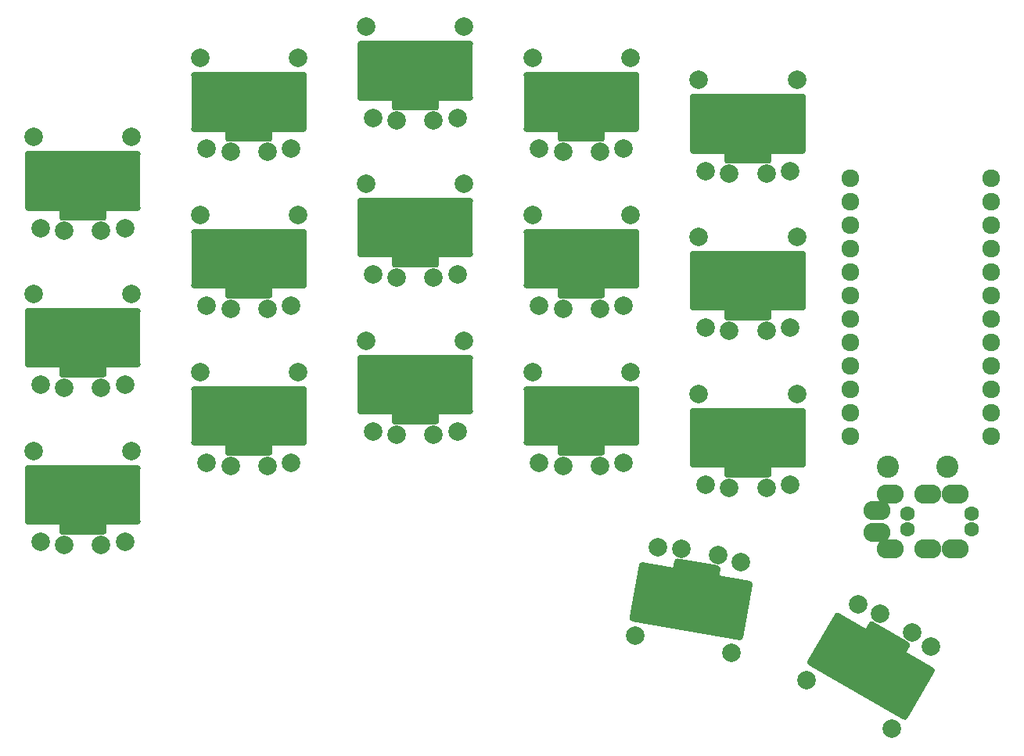
<source format=gbs>
G04 #@! TF.GenerationSoftware,KiCad,Pcbnew,5.1.6*
G04 #@! TF.CreationDate,2020-09-08T13:44:10+01:00*
G04 #@! TF.ProjectId,cradio-pg1232,63726164-696f-42d7-9067-313233322e6b,2.1*
G04 #@! TF.SameCoordinates,Original*
G04 #@! TF.FileFunction,Soldermask,Bot*
G04 #@! TF.FilePolarity,Negative*
%FSLAX46Y46*%
G04 Gerber Fmt 4.6, Leading zero omitted, Abs format (unit mm)*
G04 Created by KiCad (PCBNEW 5.1.6) date 2020-09-08 13:44:10*
%MOMM*%
%LPD*%
G01*
G04 APERTURE LIST*
%ADD10C,2.000000*%
%ADD11O,5.100000X1.400000*%
%ADD12O,0.700000X1.600000*%
%ADD13O,5.100000X0.700000*%
%ADD14O,1.400000X6.300000*%
%ADD15O,0.700000X6.500000*%
%ADD16O,12.500000X0.700000*%
%ADD17O,12.250000X6.300000*%
%ADD18C,1.924000*%
%ADD19C,2.400000*%
%ADD20O,2.900000X2.100000*%
%ADD21C,1.600000*%
G04 APERTURE END LIST*
G36*
G01*
X128871635Y-85363911D02*
X128871635Y-85363911D01*
G75*
G02*
X129827853Y-85107693I606218J-350000D01*
G01*
X133032147Y-86957693D01*
G75*
G02*
X133288365Y-87913911I-350000J-606218D01*
G01*
X133288365Y-87913911D01*
G75*
G02*
X132332147Y-88170129I-606218J350000D01*
G01*
X129127853Y-86320129D01*
G75*
G02*
X128871635Y-85363911I350000J606218D01*
G01*
G37*
G36*
G01*
X129574744Y-84846091D02*
X129574744Y-84846091D01*
G75*
G02*
X129702853Y-85324200I-175000J-303109D01*
G01*
X129252853Y-86103622D01*
G75*
G02*
X128774744Y-86231731I-303109J175000D01*
G01*
X128774744Y-86231731D01*
G75*
G02*
X128646635Y-85753622I175000J303109D01*
G01*
X129096635Y-84974200D01*
G75*
G02*
X129574744Y-84846091I303109J-175000D01*
G01*
G37*
G36*
G01*
X133385256Y-87046091D02*
X133385256Y-87046091D01*
G75*
G02*
X133513365Y-87524200I-175000J-303109D01*
G01*
X133063365Y-88303622D01*
G75*
G02*
X132585256Y-88431731I-303109J175000D01*
G01*
X132585256Y-88431731D01*
G75*
G02*
X132457147Y-87953622I175000J303109D01*
G01*
X132907147Y-87174200D01*
G75*
G02*
X133385256Y-87046091I303109J-175000D01*
G01*
G37*
G36*
G01*
X129096635Y-84974200D02*
X129096635Y-84974200D01*
G75*
G02*
X129574744Y-84846091I303109J-175000D01*
G01*
X133385256Y-87046091D01*
G75*
G02*
X133513365Y-87524200I-175000J-303109D01*
G01*
X133513365Y-87524200D01*
G75*
G02*
X133035256Y-87652309I-303109J175000D01*
G01*
X129224744Y-85452309D01*
G75*
G02*
X129096635Y-84974200I175000J303109D01*
G01*
G37*
G36*
G01*
X132140678Y-94121762D02*
X134590678Y-89878238D01*
G75*
G02*
X135546896Y-89622020I606218J-350000D01*
G01*
X135546896Y-89622020D01*
G75*
G02*
X135803114Y-90578238I-350000J-606218D01*
G01*
X133353114Y-94821762D01*
G75*
G02*
X132396896Y-95077980I-606218J350000D01*
G01*
X132396896Y-95077980D01*
G75*
G02*
X132140678Y-94121762I350000J606218D01*
G01*
G37*
G36*
G01*
X131473839Y-93736762D02*
X133923839Y-89493238D01*
G75*
G02*
X134880057Y-89237020I606218J-350000D01*
G01*
X134880057Y-89237020D01*
G75*
G02*
X135136275Y-90193238I-350000J-606218D01*
G01*
X132686275Y-94436762D01*
G75*
G02*
X131730057Y-94692980I-606218J350000D01*
G01*
X131730057Y-94692980D01*
G75*
G02*
X131473839Y-93736762I350000J606218D01*
G01*
G37*
G36*
G01*
X131136089Y-93541762D02*
X133586089Y-89298238D01*
G75*
G02*
X134542307Y-89042020I606218J-350000D01*
G01*
X134542307Y-89042020D01*
G75*
G02*
X134798525Y-89998238I-350000J-606218D01*
G01*
X132348525Y-94241762D01*
G75*
G02*
X131392307Y-94497980I-606218J350000D01*
G01*
X131392307Y-94497980D01*
G75*
G02*
X131136089Y-93541762I350000J606218D01*
G01*
G37*
G36*
G01*
X123861475Y-89341762D02*
X126311475Y-85098238D01*
G75*
G02*
X127267693Y-84842020I606218J-350000D01*
G01*
X127267693Y-84842020D01*
G75*
G02*
X127523911Y-85798238I-350000J-606218D01*
G01*
X125073911Y-90041762D01*
G75*
G02*
X124117693Y-90297980I-606218J350000D01*
G01*
X124117693Y-90297980D01*
G75*
G02*
X123861475Y-89341762I350000J606218D01*
G01*
G37*
G36*
G01*
X123523725Y-89146762D02*
X125973725Y-84903238D01*
G75*
G02*
X126929943Y-84647020I606218J-350000D01*
G01*
X126929943Y-84647020D01*
G75*
G02*
X127186161Y-85603238I-350000J-606218D01*
G01*
X124736161Y-89846762D01*
G75*
G02*
X123779943Y-90102980I-606218J350000D01*
G01*
X123779943Y-90102980D01*
G75*
G02*
X123523725Y-89146762I350000J606218D01*
G01*
G37*
G36*
G01*
X125845450Y-83905417D02*
X125845450Y-83905417D01*
G75*
G02*
X125973559Y-84383526I-175000J-303109D01*
G01*
X123073559Y-89406474D01*
G75*
G02*
X122595450Y-89534583I-303109J175000D01*
G01*
X122595450Y-89534583D01*
G75*
G02*
X122467341Y-89056474I175000J303109D01*
G01*
X125367341Y-84033526D01*
G75*
G02*
X125845450Y-83905417I303109J-175000D01*
G01*
G37*
G36*
G01*
X136064550Y-89805417D02*
X136064550Y-89805417D01*
G75*
G02*
X136192659Y-90283526I-175000J-303109D01*
G01*
X133292659Y-95306474D01*
G75*
G02*
X132814550Y-95434583I-303109J175000D01*
G01*
X132814550Y-95434583D01*
G75*
G02*
X132686441Y-94956474I175000J303109D01*
G01*
X135586441Y-89933526D01*
G75*
G02*
X136064550Y-89805417I303109J-175000D01*
G01*
G37*
G36*
G01*
X125367341Y-84033526D02*
X125367341Y-84033526D01*
G75*
G02*
X125845450Y-83905417I303109J-175000D01*
G01*
X136064550Y-89805417D01*
G75*
G02*
X136192659Y-90283526I-175000J-303109D01*
G01*
X136192659Y-90283526D01*
G75*
G02*
X135714550Y-90411635I-303109J175000D01*
G01*
X125495450Y-84511635D01*
G75*
G02*
X125367341Y-84033526I175000J303109D01*
G01*
G37*
G36*
G01*
X122467341Y-89056474D02*
X122467341Y-89056474D01*
G75*
G02*
X122945450Y-88928365I303109J-175000D01*
G01*
X133164550Y-94828365D01*
G75*
G02*
X133292659Y-95306474I-175000J-303109D01*
G01*
X133292659Y-95306474D01*
G75*
G02*
X132814550Y-95434583I-303109J175000D01*
G01*
X122595450Y-89534583D01*
G75*
G02*
X122467341Y-89056474I175000J303109D01*
G01*
G37*
G36*
G01*
X122856886Y-88761762D02*
X125306886Y-84518238D01*
G75*
G02*
X126263104Y-84262020I606218J-350000D01*
G01*
X126263104Y-84262020D01*
G75*
G02*
X126519322Y-85218238I-350000J-606218D01*
G01*
X124069322Y-89461762D01*
G75*
G02*
X123113104Y-89717980I-606218J350000D01*
G01*
X123113104Y-89717980D01*
G75*
G02*
X122856886Y-88761762I350000J606218D01*
G01*
G37*
G36*
G01*
X124025594Y-86607500D02*
X124025594Y-86607500D01*
G75*
G02*
X128328574Y-85454520I2727980J-1575000D01*
G01*
X133481426Y-88429520D01*
G75*
G02*
X134634406Y-92732500I-1575000J-2727980D01*
G01*
X134634406Y-92732500D01*
G75*
G02*
X130331426Y-93885480I-2727980J1575000D01*
G01*
X125178574Y-90910480D01*
G75*
G02*
X124025594Y-86607500I1575000J2727980D01*
G01*
G37*
D10*
X135846396Y-87543270D03*
X130297949Y-83993463D03*
X127913604Y-82963270D03*
X133762051Y-85993463D03*
X131544935Y-96433621D03*
X122365065Y-91133621D03*
G36*
G01*
X107946509Y-78730370D02*
X107946510Y-78730370D01*
G75*
G02*
X108757429Y-78162559I689365J-121554D01*
G01*
X112401217Y-78805057D01*
G75*
G02*
X112969028Y-79615976I-121554J-689365D01*
G01*
X112969028Y-79615976D01*
G75*
G02*
X112158109Y-80183787I-689365J121554D01*
G01*
X108514321Y-79541289D01*
G75*
G02*
X107946510Y-78730370I121554J689365D01*
G01*
G37*
G36*
G01*
X108430111Y-78003301D02*
X108430111Y-78003301D01*
G75*
G02*
X108714017Y-78408761I-60777J-344683D01*
G01*
X108557733Y-79295087D01*
G75*
G02*
X108152273Y-79578993I-344683J60777D01*
G01*
X108152273Y-79578993D01*
G75*
G02*
X107868367Y-79173533I60777J344683D01*
G01*
X108024651Y-78287207D01*
G75*
G02*
X108430111Y-78003301I344683J-60777D01*
G01*
G37*
G36*
G01*
X112763265Y-78767353D02*
X112763265Y-78767353D01*
G75*
G02*
X113047171Y-79172813I-60777J-344683D01*
G01*
X112890887Y-80059139D01*
G75*
G02*
X112485427Y-80343045I-344683J60777D01*
G01*
X112485427Y-80343045D01*
G75*
G02*
X112201521Y-79937585I60777J344683D01*
G01*
X112357805Y-79051259D01*
G75*
G02*
X112763265Y-78767353I344683J-60777D01*
G01*
G37*
G36*
G01*
X108024650Y-78287206D02*
X108024650Y-78287206D01*
G75*
G02*
X108430110Y-78003300I344683J-60777D01*
G01*
X112763264Y-78767352D01*
G75*
G02*
X113047170Y-79172812I-60777J-344683D01*
G01*
X113047170Y-79172812D01*
G75*
G02*
X112641710Y-79456718I-344683J60777D01*
G01*
X108308556Y-78692666D01*
G75*
G02*
X108024650Y-78287206I60777J344683D01*
G01*
G37*
G36*
G01*
X114013767Y-85841979D02*
X114864643Y-81016421D01*
G75*
G02*
X115675562Y-80448610I689365J-121554D01*
G01*
X115675562Y-80448610D01*
G75*
G02*
X116243373Y-81259529I-121554J-689365D01*
G01*
X115392497Y-86085087D01*
G75*
G02*
X114581578Y-86652898I-689365J121554D01*
G01*
X114581578Y-86652898D01*
G75*
G02*
X114013767Y-85841979I121554J689365D01*
G01*
G37*
G36*
G01*
X113255465Y-85708270D02*
X114106341Y-80882712D01*
G75*
G02*
X114917260Y-80314901I689365J-121554D01*
G01*
X114917260Y-80314901D01*
G75*
G02*
X115485071Y-81125820I-121554J-689365D01*
G01*
X114634195Y-85951378D01*
G75*
G02*
X113823276Y-86519189I-689365J121554D01*
G01*
X113823276Y-86519189D01*
G75*
G02*
X113255465Y-85708270I121554J689365D01*
G01*
G37*
G36*
G01*
X112871390Y-85640547D02*
X113722266Y-80814989D01*
G75*
G02*
X114533185Y-80247178I689365J-121554D01*
G01*
X114533185Y-80247178D01*
G75*
G02*
X115100996Y-81058097I-121554J-689365D01*
G01*
X114250120Y-85883655D01*
G75*
G02*
X113439201Y-86451466I-689365J121554D01*
G01*
X113439201Y-86451466D01*
G75*
G02*
X112871390Y-85640547I121554J689365D01*
G01*
G37*
G36*
G01*
X104599004Y-84181903D02*
X105449880Y-79356345D01*
G75*
G02*
X106260799Y-78788534I689365J-121554D01*
G01*
X106260799Y-78788534D01*
G75*
G02*
X106828610Y-79599453I-121554J-689365D01*
G01*
X105977734Y-84425011D01*
G75*
G02*
X105166815Y-84992822I-689365J121554D01*
G01*
X105166815Y-84992822D01*
G75*
G02*
X104599004Y-84181903I121554J689365D01*
G01*
G37*
G36*
G01*
X104214929Y-84114180D02*
X105065805Y-79288622D01*
G75*
G02*
X105876724Y-78720811I689365J-121554D01*
G01*
X105876724Y-78720811D01*
G75*
G02*
X106444535Y-79531730I-121554J-689365D01*
G01*
X105593659Y-84357288D01*
G75*
G02*
X104782740Y-84925099I-689365J121554D01*
G01*
X104782740Y-84925099D01*
G75*
G02*
X104214929Y-84114180I121554J689365D01*
G01*
G37*
G36*
G01*
X104603991Y-78394851D02*
X104603991Y-78394851D01*
G75*
G02*
X104887897Y-78800311I-60777J-344683D01*
G01*
X103880737Y-84512195D01*
G75*
G02*
X103475277Y-84796101I-344683J60777D01*
G01*
X103475277Y-84796101D01*
G75*
G02*
X103191371Y-84390641I60777J344683D01*
G01*
X104198531Y-78678757D01*
G75*
G02*
X104603991Y-78394851I344683J-60777D01*
G01*
G37*
G36*
G01*
X116224723Y-80443899D02*
X116224723Y-80443899D01*
G75*
G02*
X116508629Y-80849359I-60777J-344683D01*
G01*
X115501469Y-86561243D01*
G75*
G02*
X115096009Y-86845149I-344683J60777D01*
G01*
X115096009Y-86845149D01*
G75*
G02*
X114812103Y-86439689I60777J344683D01*
G01*
X115819263Y-80727805D01*
G75*
G02*
X116224723Y-80443899I344683J-60777D01*
G01*
G37*
G36*
G01*
X104198532Y-78678757D02*
X104198531Y-78678757D01*
G75*
G02*
X104603991Y-78394851I344683J-60777D01*
G01*
X116224723Y-80443899D01*
G75*
G02*
X116508629Y-80849359I-60777J-344683D01*
G01*
X116508629Y-80849359D01*
G75*
G02*
X116103169Y-81133265I-344683J60777D01*
G01*
X104482437Y-79084217D01*
G75*
G02*
X104198531Y-78678757I60777J344683D01*
G01*
G37*
G36*
G01*
X103191372Y-84390641D02*
X103191371Y-84390641D01*
G75*
G02*
X103596831Y-84106735I344683J-60777D01*
G01*
X115217563Y-86155783D01*
G75*
G02*
X115501469Y-86561243I-60777J-344683D01*
G01*
X115501469Y-86561243D01*
G75*
G02*
X115096009Y-86845149I-344683J60777D01*
G01*
X103475277Y-84796101D01*
G75*
G02*
X103191371Y-84390641I60777J344683D01*
G01*
G37*
G36*
G01*
X103456627Y-83980471D02*
X104307503Y-79154913D01*
G75*
G02*
X105118422Y-78587102I689365J-121554D01*
G01*
X105118422Y-78587102D01*
G75*
G02*
X105686233Y-79398021I-121554J-689365D01*
G01*
X104835357Y-84223579D01*
G75*
G02*
X104024438Y-84791390I-689365J121554D01*
G01*
X104024438Y-84791390D01*
G75*
G02*
X103456627Y-83980471I121554J689365D01*
G01*
G37*
G36*
G01*
X103818053Y-81556405D02*
X103818053Y-81556405D01*
G75*
G02*
X107467189Y-79001253I3102144J-546992D01*
G01*
X113326795Y-80034459D01*
G75*
G02*
X115881947Y-83683595I-546992J-3102144D01*
G01*
X115881947Y-83683595D01*
G75*
G02*
X112232811Y-86238747I-3102144J546992D01*
G01*
X106373205Y-85205541D01*
G75*
G02*
X103818053Y-81556405I546992J3102144D01*
G01*
G37*
X115246025Y-78392789D03*
X108818085Y-76954742D03*
X106225186Y-76802172D03*
X112757316Y-77649334D03*
X114244652Y-88218172D03*
X103805690Y-86377501D03*
D11*
X116000000Y-68420000D03*
D12*
X113800000Y-68420000D03*
X118200000Y-68420000D03*
D13*
X116000000Y-68870000D03*
D14*
X121360000Y-64920000D03*
X120590000Y-64920000D03*
X120200000Y-64920000D03*
X111800000Y-64920000D03*
X111410000Y-64920000D03*
D15*
X110100000Y-64920000D03*
X121900000Y-64920000D03*
D16*
X116000000Y-67820000D03*
X116000000Y-62020000D03*
D14*
X110640000Y-64920000D03*
D17*
X116000000Y-64920000D03*
D10*
X120580000Y-70020000D03*
X114000000Y-70320000D03*
X111420000Y-70020000D03*
X118000000Y-70320000D03*
X121300000Y-60170000D03*
X110700000Y-60170000D03*
D11*
X98000000Y-66045000D03*
D12*
X95800000Y-66045000D03*
X100200000Y-66045000D03*
D13*
X98000000Y-66495000D03*
D14*
X103360000Y-62545000D03*
X102590000Y-62545000D03*
X102200000Y-62545000D03*
X93800000Y-62545000D03*
X93410000Y-62545000D03*
D15*
X92100000Y-62545000D03*
X103900000Y-62545000D03*
D16*
X98000000Y-65445000D03*
X98000000Y-59645000D03*
D14*
X92640000Y-62545000D03*
D17*
X98000000Y-62545000D03*
D10*
X102580000Y-67645000D03*
X96000000Y-67945000D03*
X93420000Y-67645000D03*
X100000000Y-67945000D03*
X103300000Y-57795000D03*
X92700000Y-57795000D03*
D11*
X80000000Y-62670000D03*
D12*
X77800000Y-62670000D03*
X82200000Y-62670000D03*
D13*
X80000000Y-63120000D03*
D14*
X85360000Y-59170000D03*
X84590000Y-59170000D03*
X84200000Y-59170000D03*
X75800000Y-59170000D03*
X75410000Y-59170000D03*
D15*
X74100000Y-59170000D03*
X85900000Y-59170000D03*
D16*
X80000000Y-62070000D03*
X80000000Y-56270000D03*
D14*
X74640000Y-59170000D03*
D17*
X80000000Y-59170000D03*
D10*
X84580000Y-64270000D03*
X78000000Y-64570000D03*
X75420000Y-64270000D03*
X82000000Y-64570000D03*
X85300000Y-54420000D03*
X74700000Y-54420000D03*
D11*
X62000000Y-66045000D03*
D12*
X59800000Y-66045000D03*
X64200000Y-66045000D03*
D13*
X62000000Y-66495000D03*
D14*
X67360000Y-62545000D03*
X66590000Y-62545000D03*
X66200000Y-62545000D03*
X57800000Y-62545000D03*
X57410000Y-62545000D03*
D15*
X56100000Y-62545000D03*
X67900000Y-62545000D03*
D16*
X62000000Y-65445000D03*
X62000000Y-59645000D03*
D14*
X56640000Y-62545000D03*
D17*
X62000000Y-62545000D03*
D10*
X66580000Y-67645000D03*
X60000000Y-67945000D03*
X57420000Y-67645000D03*
X64000000Y-67945000D03*
X67300000Y-57795000D03*
X56700000Y-57795000D03*
D11*
X44000000Y-74605000D03*
D12*
X41800000Y-74605000D03*
X46200000Y-74605000D03*
D13*
X44000000Y-75055000D03*
D14*
X49360000Y-71105000D03*
X48590000Y-71105000D03*
X48200000Y-71105000D03*
X39800000Y-71105000D03*
X39410000Y-71105000D03*
D15*
X38100000Y-71105000D03*
X49900000Y-71105000D03*
D16*
X44000000Y-74005000D03*
X44000000Y-68205000D03*
D14*
X38640000Y-71105000D03*
D17*
X44000000Y-71105000D03*
D10*
X48580000Y-76205000D03*
X42000000Y-76505000D03*
X39420000Y-76205000D03*
X46000000Y-76505000D03*
X49300000Y-66355000D03*
X38700000Y-66355000D03*
D11*
X116000000Y-51420000D03*
D12*
X113800000Y-51420000D03*
X118200000Y-51420000D03*
D13*
X116000000Y-51870000D03*
D14*
X121360000Y-47920000D03*
X120590000Y-47920000D03*
X120200000Y-47920000D03*
X111800000Y-47920000D03*
X111410000Y-47920000D03*
D15*
X110100000Y-47920000D03*
X121900000Y-47920000D03*
D16*
X116000000Y-50820000D03*
X116000000Y-45020000D03*
D14*
X110640000Y-47920000D03*
D17*
X116000000Y-47920000D03*
D10*
X120580000Y-53020000D03*
X114000000Y-53320000D03*
X111420000Y-53020000D03*
X118000000Y-53320000D03*
X121300000Y-43170000D03*
X110700000Y-43170000D03*
D11*
X98000000Y-49040000D03*
D12*
X95800000Y-49040000D03*
X100200000Y-49040000D03*
D13*
X98000000Y-49490000D03*
D14*
X103360000Y-45540000D03*
X102590000Y-45540000D03*
X102200000Y-45540000D03*
X93800000Y-45540000D03*
X93410000Y-45540000D03*
D15*
X92100000Y-45540000D03*
X103900000Y-45540000D03*
D16*
X98000000Y-48440000D03*
X98000000Y-42640000D03*
D14*
X92640000Y-45540000D03*
D17*
X98000000Y-45540000D03*
D10*
X102580000Y-50640000D03*
X96000000Y-50940000D03*
X93420000Y-50640000D03*
X100000000Y-50940000D03*
X103300000Y-40790000D03*
X92700000Y-40790000D03*
D11*
X80000000Y-45670000D03*
D12*
X77800000Y-45670000D03*
X82200000Y-45670000D03*
D13*
X80000000Y-46120000D03*
D14*
X85360000Y-42170000D03*
X84590000Y-42170000D03*
X84200000Y-42170000D03*
X75800000Y-42170000D03*
X75410000Y-42170000D03*
D15*
X74100000Y-42170000D03*
X85900000Y-42170000D03*
D16*
X80000000Y-45070000D03*
X80000000Y-39270000D03*
D14*
X74640000Y-42170000D03*
D17*
X80000000Y-42170000D03*
D10*
X84580000Y-47270000D03*
X78000000Y-47570000D03*
X75420000Y-47270000D03*
X82000000Y-47570000D03*
X85300000Y-37420000D03*
X74700000Y-37420000D03*
D11*
X62000000Y-49040000D03*
D12*
X59800000Y-49040000D03*
X64200000Y-49040000D03*
D13*
X62000000Y-49490000D03*
D14*
X67360000Y-45540000D03*
X66590000Y-45540000D03*
X66200000Y-45540000D03*
X57800000Y-45540000D03*
X57410000Y-45540000D03*
D15*
X56100000Y-45540000D03*
X67900000Y-45540000D03*
D16*
X62000000Y-48440000D03*
X62000000Y-42640000D03*
D14*
X56640000Y-45540000D03*
D17*
X62000000Y-45540000D03*
D10*
X66580000Y-50640000D03*
X60000000Y-50940000D03*
X57420000Y-50640000D03*
X64000000Y-50940000D03*
X67300000Y-40790000D03*
X56700000Y-40790000D03*
D11*
X44000000Y-57600000D03*
D12*
X41800000Y-57600000D03*
X46200000Y-57600000D03*
D13*
X44000000Y-58050000D03*
D14*
X49360000Y-54100000D03*
X48590000Y-54100000D03*
X48200000Y-54100000D03*
X39800000Y-54100000D03*
X39410000Y-54100000D03*
D15*
X38100000Y-54100000D03*
X49900000Y-54100000D03*
D16*
X44000000Y-57000000D03*
X44000000Y-51200000D03*
D14*
X38640000Y-54100000D03*
D17*
X44000000Y-54100000D03*
D10*
X48580000Y-59200000D03*
X42000000Y-59500000D03*
X39420000Y-59200000D03*
X46000000Y-59500000D03*
X49300000Y-49350000D03*
X38700000Y-49350000D03*
D11*
X116000000Y-34420000D03*
D12*
X113800000Y-34420000D03*
X118200000Y-34420000D03*
D13*
X116000000Y-34870000D03*
D14*
X121360000Y-30920000D03*
X120590000Y-30920000D03*
X120200000Y-30920000D03*
X111800000Y-30920000D03*
X111410000Y-30920000D03*
D15*
X110100000Y-30920000D03*
X121900000Y-30920000D03*
D16*
X116000000Y-33820000D03*
X116000000Y-28020000D03*
D14*
X110640000Y-30920000D03*
D17*
X116000000Y-30920000D03*
D10*
X120580000Y-36020000D03*
X114000000Y-36320000D03*
X111420000Y-36020000D03*
X118000000Y-36320000D03*
X121300000Y-26170000D03*
X110700000Y-26170000D03*
D11*
X98000000Y-32040000D03*
D12*
X95800000Y-32040000D03*
X100200000Y-32040000D03*
D13*
X98000000Y-32490000D03*
D14*
X103360000Y-28540000D03*
X102590000Y-28540000D03*
X102200000Y-28540000D03*
X93800000Y-28540000D03*
X93410000Y-28540000D03*
D15*
X92100000Y-28540000D03*
X103900000Y-28540000D03*
D16*
X98000000Y-31440000D03*
X98000000Y-25640000D03*
D14*
X92640000Y-28540000D03*
D17*
X98000000Y-28540000D03*
D10*
X102580000Y-33640000D03*
X96000000Y-33940000D03*
X93420000Y-33640000D03*
X100000000Y-33940000D03*
X103300000Y-23790000D03*
X92700000Y-23790000D03*
D11*
X80000000Y-28680000D03*
D12*
X77800000Y-28680000D03*
X82200000Y-28680000D03*
D13*
X80000000Y-29130000D03*
D14*
X85360000Y-25180000D03*
X84590000Y-25180000D03*
X84200000Y-25180000D03*
X75800000Y-25180000D03*
X75410000Y-25180000D03*
D15*
X74100000Y-25180000D03*
X85900000Y-25180000D03*
D16*
X80000000Y-28080000D03*
X80000000Y-22280000D03*
D14*
X74640000Y-25180000D03*
D17*
X80000000Y-25180000D03*
D10*
X84580000Y-30280000D03*
X78000000Y-30580000D03*
X75420000Y-30280000D03*
X82000000Y-30580000D03*
X85300000Y-20430000D03*
X74700000Y-20430000D03*
D11*
X44000000Y-40600000D03*
D12*
X41800000Y-40600000D03*
X46200000Y-40600000D03*
D13*
X44000000Y-41050000D03*
D14*
X49360000Y-37100000D03*
X48590000Y-37100000D03*
X48200000Y-37100000D03*
X39800000Y-37100000D03*
X39410000Y-37100000D03*
D15*
X38100000Y-37100000D03*
X49900000Y-37100000D03*
D16*
X44000000Y-40000000D03*
X44000000Y-34200000D03*
D14*
X38640000Y-37100000D03*
D17*
X44000000Y-37100000D03*
D10*
X48580000Y-42200000D03*
X42000000Y-42500000D03*
X39420000Y-42200000D03*
X46000000Y-42500000D03*
X49300000Y-32350000D03*
X38700000Y-32350000D03*
D11*
X62000000Y-32040000D03*
D12*
X59800000Y-32040000D03*
X64200000Y-32040000D03*
D13*
X62000000Y-32490000D03*
D14*
X67360000Y-28540000D03*
X66590000Y-28540000D03*
X66200000Y-28540000D03*
X57800000Y-28540000D03*
X57410000Y-28540000D03*
D15*
X56100000Y-28540000D03*
X67900000Y-28540000D03*
D16*
X62000000Y-31440000D03*
X62000000Y-25640000D03*
D14*
X56640000Y-28540000D03*
D17*
X62000000Y-28540000D03*
D10*
X66580000Y-33640000D03*
X60000000Y-33940000D03*
X57420000Y-33640000D03*
X64000000Y-33940000D03*
X67300000Y-23790000D03*
X56700000Y-23790000D03*
D18*
X127111400Y-36830000D03*
X127111400Y-39370000D03*
X127111400Y-41910000D03*
X127111400Y-44450000D03*
X127111400Y-46990000D03*
X127111400Y-49530000D03*
X127111400Y-52070000D03*
X127111400Y-54610000D03*
X127111400Y-57150000D03*
X127111400Y-59690000D03*
X127111400Y-62230000D03*
X127111400Y-64770000D03*
X142331400Y-64770000D03*
X142331400Y-62230000D03*
X142331400Y-59690000D03*
X142331400Y-57150000D03*
X142331400Y-54610000D03*
X142331400Y-52070000D03*
X142331400Y-49530000D03*
X142331400Y-46990000D03*
X142331400Y-44450000D03*
X142331400Y-41910000D03*
X142331400Y-39370000D03*
X142331400Y-36830000D03*
D19*
X137616000Y-68072000D03*
X131116000Y-68072000D03*
D20*
X129932000Y-72760000D03*
X131432000Y-76960000D03*
X135432000Y-76960000D03*
X138432000Y-76960000D03*
D21*
X133232000Y-74860000D03*
X140232000Y-74860000D03*
D20*
X135432000Y-71010000D03*
X138432000Y-71010000D03*
X129932000Y-75210000D03*
X131432000Y-71010000D03*
D21*
X140232000Y-73110000D03*
X133232000Y-73110000D03*
M02*

</source>
